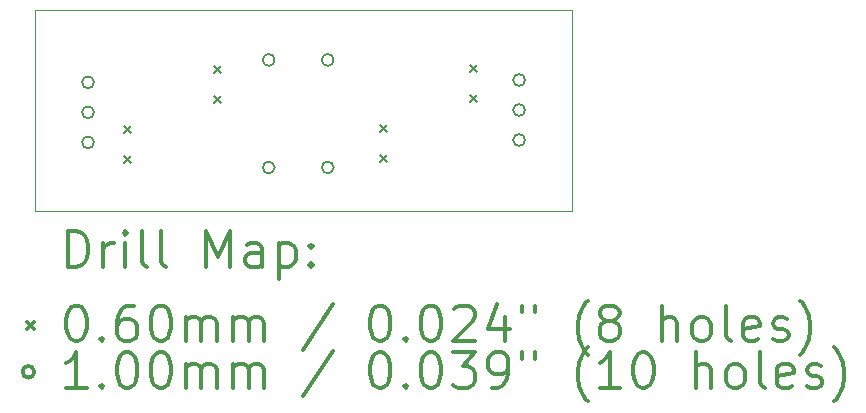
<source format=gbr>
%FSLAX45Y45*%
G04 Gerber Fmt 4.5, Leading zero omitted, Abs format (unit mm)*
G04 Created by KiCad (PCBNEW 5.1.5+dfsg1-2build2) date 2022-12-10 10:35:26*
%MOMM*%
%LPD*%
G04 APERTURE LIST*
%TA.AperFunction,Profile*%
%ADD10C,0.100000*%
%TD*%
%ADD11C,0.200000*%
%ADD12C,0.300000*%
G04 APERTURE END LIST*
D10*
X15000000Y-8900000D02*
X15000000Y-10600000D01*
X10450000Y-8900000D02*
X15000000Y-8900000D01*
X10450000Y-10600000D02*
X10450000Y-8900000D01*
X15000000Y-10600000D02*
X10450000Y-10600000D01*
D11*
X13374400Y-9867000D02*
X13434400Y-9927000D01*
X13434400Y-9867000D02*
X13374400Y-9927000D01*
X13374400Y-10121000D02*
X13434400Y-10181000D01*
X13434400Y-10121000D02*
X13374400Y-10181000D01*
X14136400Y-9359000D02*
X14196400Y-9419000D01*
X14196400Y-9359000D02*
X14136400Y-9419000D01*
X14136400Y-9613000D02*
X14196400Y-9673000D01*
X14196400Y-9613000D02*
X14136400Y-9673000D01*
X11208000Y-9877000D02*
X11268000Y-9937000D01*
X11268000Y-9877000D02*
X11208000Y-9937000D01*
X11208000Y-10131000D02*
X11268000Y-10191000D01*
X11268000Y-10131000D02*
X11208000Y-10191000D01*
X11970000Y-9369000D02*
X12030000Y-9429000D01*
X12030000Y-9369000D02*
X11970000Y-9429000D01*
X11970000Y-9623000D02*
X12030000Y-9683000D01*
X12030000Y-9623000D02*
X11970000Y-9683000D01*
X12480000Y-10230000D02*
G75*
G03X12480000Y-10230000I-50000J0D01*
G01*
X12980000Y-10230000D02*
G75*
G03X12980000Y-10230000I-50000J0D01*
G01*
X12480000Y-9320000D02*
G75*
G03X12480000Y-9320000I-50000J0D01*
G01*
X12980000Y-9320000D02*
G75*
G03X12980000Y-9320000I-50000J0D01*
G01*
X10950000Y-9510000D02*
G75*
G03X10950000Y-9510000I-50000J0D01*
G01*
X10950000Y-9764000D02*
G75*
G03X10950000Y-9764000I-50000J0D01*
G01*
X10950000Y-10018000D02*
G75*
G03X10950000Y-10018000I-50000J0D01*
G01*
X14600000Y-9490000D02*
G75*
G03X14600000Y-9490000I-50000J0D01*
G01*
X14600000Y-9744000D02*
G75*
G03X14600000Y-9744000I-50000J0D01*
G01*
X14600000Y-9998000D02*
G75*
G03X14600000Y-9998000I-50000J0D01*
G01*
D12*
X10731428Y-11070714D02*
X10731428Y-10770714D01*
X10802857Y-10770714D01*
X10845714Y-10785000D01*
X10874286Y-10813572D01*
X10888571Y-10842143D01*
X10902857Y-10899286D01*
X10902857Y-10942143D01*
X10888571Y-10999286D01*
X10874286Y-11027857D01*
X10845714Y-11056429D01*
X10802857Y-11070714D01*
X10731428Y-11070714D01*
X11031428Y-11070714D02*
X11031428Y-10870714D01*
X11031428Y-10927857D02*
X11045714Y-10899286D01*
X11060000Y-10885000D01*
X11088571Y-10870714D01*
X11117143Y-10870714D01*
X11217143Y-11070714D02*
X11217143Y-10870714D01*
X11217143Y-10770714D02*
X11202857Y-10785000D01*
X11217143Y-10799286D01*
X11231428Y-10785000D01*
X11217143Y-10770714D01*
X11217143Y-10799286D01*
X11402857Y-11070714D02*
X11374286Y-11056429D01*
X11360000Y-11027857D01*
X11360000Y-10770714D01*
X11560000Y-11070714D02*
X11531428Y-11056429D01*
X11517143Y-11027857D01*
X11517143Y-10770714D01*
X11902857Y-11070714D02*
X11902857Y-10770714D01*
X12002857Y-10985000D01*
X12102857Y-10770714D01*
X12102857Y-11070714D01*
X12374286Y-11070714D02*
X12374286Y-10913572D01*
X12360000Y-10885000D01*
X12331428Y-10870714D01*
X12274286Y-10870714D01*
X12245714Y-10885000D01*
X12374286Y-11056429D02*
X12345714Y-11070714D01*
X12274286Y-11070714D01*
X12245714Y-11056429D01*
X12231428Y-11027857D01*
X12231428Y-10999286D01*
X12245714Y-10970714D01*
X12274286Y-10956429D01*
X12345714Y-10956429D01*
X12374286Y-10942143D01*
X12517143Y-10870714D02*
X12517143Y-11170714D01*
X12517143Y-10885000D02*
X12545714Y-10870714D01*
X12602857Y-10870714D01*
X12631428Y-10885000D01*
X12645714Y-10899286D01*
X12660000Y-10927857D01*
X12660000Y-11013572D01*
X12645714Y-11042143D01*
X12631428Y-11056429D01*
X12602857Y-11070714D01*
X12545714Y-11070714D01*
X12517143Y-11056429D01*
X12788571Y-11042143D02*
X12802857Y-11056429D01*
X12788571Y-11070714D01*
X12774286Y-11056429D01*
X12788571Y-11042143D01*
X12788571Y-11070714D01*
X12788571Y-10885000D02*
X12802857Y-10899286D01*
X12788571Y-10913572D01*
X12774286Y-10899286D01*
X12788571Y-10885000D01*
X12788571Y-10913572D01*
X10385000Y-11535000D02*
X10445000Y-11595000D01*
X10445000Y-11535000D02*
X10385000Y-11595000D01*
X10788571Y-11400714D02*
X10817143Y-11400714D01*
X10845714Y-11415000D01*
X10860000Y-11429286D01*
X10874286Y-11457857D01*
X10888571Y-11515000D01*
X10888571Y-11586429D01*
X10874286Y-11643571D01*
X10860000Y-11672143D01*
X10845714Y-11686429D01*
X10817143Y-11700714D01*
X10788571Y-11700714D01*
X10760000Y-11686429D01*
X10745714Y-11672143D01*
X10731428Y-11643571D01*
X10717143Y-11586429D01*
X10717143Y-11515000D01*
X10731428Y-11457857D01*
X10745714Y-11429286D01*
X10760000Y-11415000D01*
X10788571Y-11400714D01*
X11017143Y-11672143D02*
X11031428Y-11686429D01*
X11017143Y-11700714D01*
X11002857Y-11686429D01*
X11017143Y-11672143D01*
X11017143Y-11700714D01*
X11288571Y-11400714D02*
X11231428Y-11400714D01*
X11202857Y-11415000D01*
X11188571Y-11429286D01*
X11160000Y-11472143D01*
X11145714Y-11529286D01*
X11145714Y-11643571D01*
X11160000Y-11672143D01*
X11174286Y-11686429D01*
X11202857Y-11700714D01*
X11260000Y-11700714D01*
X11288571Y-11686429D01*
X11302857Y-11672143D01*
X11317143Y-11643571D01*
X11317143Y-11572143D01*
X11302857Y-11543571D01*
X11288571Y-11529286D01*
X11260000Y-11515000D01*
X11202857Y-11515000D01*
X11174286Y-11529286D01*
X11160000Y-11543571D01*
X11145714Y-11572143D01*
X11502857Y-11400714D02*
X11531428Y-11400714D01*
X11560000Y-11415000D01*
X11574286Y-11429286D01*
X11588571Y-11457857D01*
X11602857Y-11515000D01*
X11602857Y-11586429D01*
X11588571Y-11643571D01*
X11574286Y-11672143D01*
X11560000Y-11686429D01*
X11531428Y-11700714D01*
X11502857Y-11700714D01*
X11474286Y-11686429D01*
X11460000Y-11672143D01*
X11445714Y-11643571D01*
X11431428Y-11586429D01*
X11431428Y-11515000D01*
X11445714Y-11457857D01*
X11460000Y-11429286D01*
X11474286Y-11415000D01*
X11502857Y-11400714D01*
X11731428Y-11700714D02*
X11731428Y-11500714D01*
X11731428Y-11529286D02*
X11745714Y-11515000D01*
X11774286Y-11500714D01*
X11817143Y-11500714D01*
X11845714Y-11515000D01*
X11860000Y-11543571D01*
X11860000Y-11700714D01*
X11860000Y-11543571D02*
X11874286Y-11515000D01*
X11902857Y-11500714D01*
X11945714Y-11500714D01*
X11974286Y-11515000D01*
X11988571Y-11543571D01*
X11988571Y-11700714D01*
X12131428Y-11700714D02*
X12131428Y-11500714D01*
X12131428Y-11529286D02*
X12145714Y-11515000D01*
X12174286Y-11500714D01*
X12217143Y-11500714D01*
X12245714Y-11515000D01*
X12260000Y-11543571D01*
X12260000Y-11700714D01*
X12260000Y-11543571D02*
X12274286Y-11515000D01*
X12302857Y-11500714D01*
X12345714Y-11500714D01*
X12374286Y-11515000D01*
X12388571Y-11543571D01*
X12388571Y-11700714D01*
X12974286Y-11386429D02*
X12717143Y-11772143D01*
X13360000Y-11400714D02*
X13388571Y-11400714D01*
X13417143Y-11415000D01*
X13431428Y-11429286D01*
X13445714Y-11457857D01*
X13460000Y-11515000D01*
X13460000Y-11586429D01*
X13445714Y-11643571D01*
X13431428Y-11672143D01*
X13417143Y-11686429D01*
X13388571Y-11700714D01*
X13360000Y-11700714D01*
X13331428Y-11686429D01*
X13317143Y-11672143D01*
X13302857Y-11643571D01*
X13288571Y-11586429D01*
X13288571Y-11515000D01*
X13302857Y-11457857D01*
X13317143Y-11429286D01*
X13331428Y-11415000D01*
X13360000Y-11400714D01*
X13588571Y-11672143D02*
X13602857Y-11686429D01*
X13588571Y-11700714D01*
X13574286Y-11686429D01*
X13588571Y-11672143D01*
X13588571Y-11700714D01*
X13788571Y-11400714D02*
X13817143Y-11400714D01*
X13845714Y-11415000D01*
X13860000Y-11429286D01*
X13874286Y-11457857D01*
X13888571Y-11515000D01*
X13888571Y-11586429D01*
X13874286Y-11643571D01*
X13860000Y-11672143D01*
X13845714Y-11686429D01*
X13817143Y-11700714D01*
X13788571Y-11700714D01*
X13760000Y-11686429D01*
X13745714Y-11672143D01*
X13731428Y-11643571D01*
X13717143Y-11586429D01*
X13717143Y-11515000D01*
X13731428Y-11457857D01*
X13745714Y-11429286D01*
X13760000Y-11415000D01*
X13788571Y-11400714D01*
X14002857Y-11429286D02*
X14017143Y-11415000D01*
X14045714Y-11400714D01*
X14117143Y-11400714D01*
X14145714Y-11415000D01*
X14160000Y-11429286D01*
X14174286Y-11457857D01*
X14174286Y-11486429D01*
X14160000Y-11529286D01*
X13988571Y-11700714D01*
X14174286Y-11700714D01*
X14431428Y-11500714D02*
X14431428Y-11700714D01*
X14360000Y-11386429D02*
X14288571Y-11600714D01*
X14474286Y-11600714D01*
X14574286Y-11400714D02*
X14574286Y-11457857D01*
X14688571Y-11400714D02*
X14688571Y-11457857D01*
X15131428Y-11815000D02*
X15117143Y-11800714D01*
X15088571Y-11757857D01*
X15074286Y-11729286D01*
X15060000Y-11686429D01*
X15045714Y-11615000D01*
X15045714Y-11557857D01*
X15060000Y-11486429D01*
X15074286Y-11443571D01*
X15088571Y-11415000D01*
X15117143Y-11372143D01*
X15131428Y-11357857D01*
X15288571Y-11529286D02*
X15260000Y-11515000D01*
X15245714Y-11500714D01*
X15231428Y-11472143D01*
X15231428Y-11457857D01*
X15245714Y-11429286D01*
X15260000Y-11415000D01*
X15288571Y-11400714D01*
X15345714Y-11400714D01*
X15374286Y-11415000D01*
X15388571Y-11429286D01*
X15402857Y-11457857D01*
X15402857Y-11472143D01*
X15388571Y-11500714D01*
X15374286Y-11515000D01*
X15345714Y-11529286D01*
X15288571Y-11529286D01*
X15260000Y-11543571D01*
X15245714Y-11557857D01*
X15231428Y-11586429D01*
X15231428Y-11643571D01*
X15245714Y-11672143D01*
X15260000Y-11686429D01*
X15288571Y-11700714D01*
X15345714Y-11700714D01*
X15374286Y-11686429D01*
X15388571Y-11672143D01*
X15402857Y-11643571D01*
X15402857Y-11586429D01*
X15388571Y-11557857D01*
X15374286Y-11543571D01*
X15345714Y-11529286D01*
X15760000Y-11700714D02*
X15760000Y-11400714D01*
X15888571Y-11700714D02*
X15888571Y-11543571D01*
X15874286Y-11515000D01*
X15845714Y-11500714D01*
X15802857Y-11500714D01*
X15774286Y-11515000D01*
X15760000Y-11529286D01*
X16074286Y-11700714D02*
X16045714Y-11686429D01*
X16031428Y-11672143D01*
X16017143Y-11643571D01*
X16017143Y-11557857D01*
X16031428Y-11529286D01*
X16045714Y-11515000D01*
X16074286Y-11500714D01*
X16117143Y-11500714D01*
X16145714Y-11515000D01*
X16160000Y-11529286D01*
X16174286Y-11557857D01*
X16174286Y-11643571D01*
X16160000Y-11672143D01*
X16145714Y-11686429D01*
X16117143Y-11700714D01*
X16074286Y-11700714D01*
X16345714Y-11700714D02*
X16317143Y-11686429D01*
X16302857Y-11657857D01*
X16302857Y-11400714D01*
X16574286Y-11686429D02*
X16545714Y-11700714D01*
X16488571Y-11700714D01*
X16460000Y-11686429D01*
X16445714Y-11657857D01*
X16445714Y-11543571D01*
X16460000Y-11515000D01*
X16488571Y-11500714D01*
X16545714Y-11500714D01*
X16574286Y-11515000D01*
X16588571Y-11543571D01*
X16588571Y-11572143D01*
X16445714Y-11600714D01*
X16702857Y-11686429D02*
X16731428Y-11700714D01*
X16788571Y-11700714D01*
X16817143Y-11686429D01*
X16831428Y-11657857D01*
X16831428Y-11643571D01*
X16817143Y-11615000D01*
X16788571Y-11600714D01*
X16745714Y-11600714D01*
X16717143Y-11586429D01*
X16702857Y-11557857D01*
X16702857Y-11543571D01*
X16717143Y-11515000D01*
X16745714Y-11500714D01*
X16788571Y-11500714D01*
X16817143Y-11515000D01*
X16931428Y-11815000D02*
X16945714Y-11800714D01*
X16974286Y-11757857D01*
X16988571Y-11729286D01*
X17002857Y-11686429D01*
X17017143Y-11615000D01*
X17017143Y-11557857D01*
X17002857Y-11486429D01*
X16988571Y-11443571D01*
X16974286Y-11415000D01*
X16945714Y-11372143D01*
X16931428Y-11357857D01*
X10445000Y-11961000D02*
G75*
G03X10445000Y-11961000I-50000J0D01*
G01*
X10888571Y-12096714D02*
X10717143Y-12096714D01*
X10802857Y-12096714D02*
X10802857Y-11796714D01*
X10774286Y-11839571D01*
X10745714Y-11868143D01*
X10717143Y-11882429D01*
X11017143Y-12068143D02*
X11031428Y-12082429D01*
X11017143Y-12096714D01*
X11002857Y-12082429D01*
X11017143Y-12068143D01*
X11017143Y-12096714D01*
X11217143Y-11796714D02*
X11245714Y-11796714D01*
X11274286Y-11811000D01*
X11288571Y-11825286D01*
X11302857Y-11853857D01*
X11317143Y-11911000D01*
X11317143Y-11982429D01*
X11302857Y-12039571D01*
X11288571Y-12068143D01*
X11274286Y-12082429D01*
X11245714Y-12096714D01*
X11217143Y-12096714D01*
X11188571Y-12082429D01*
X11174286Y-12068143D01*
X11160000Y-12039571D01*
X11145714Y-11982429D01*
X11145714Y-11911000D01*
X11160000Y-11853857D01*
X11174286Y-11825286D01*
X11188571Y-11811000D01*
X11217143Y-11796714D01*
X11502857Y-11796714D02*
X11531428Y-11796714D01*
X11560000Y-11811000D01*
X11574286Y-11825286D01*
X11588571Y-11853857D01*
X11602857Y-11911000D01*
X11602857Y-11982429D01*
X11588571Y-12039571D01*
X11574286Y-12068143D01*
X11560000Y-12082429D01*
X11531428Y-12096714D01*
X11502857Y-12096714D01*
X11474286Y-12082429D01*
X11460000Y-12068143D01*
X11445714Y-12039571D01*
X11431428Y-11982429D01*
X11431428Y-11911000D01*
X11445714Y-11853857D01*
X11460000Y-11825286D01*
X11474286Y-11811000D01*
X11502857Y-11796714D01*
X11731428Y-12096714D02*
X11731428Y-11896714D01*
X11731428Y-11925286D02*
X11745714Y-11911000D01*
X11774286Y-11896714D01*
X11817143Y-11896714D01*
X11845714Y-11911000D01*
X11860000Y-11939571D01*
X11860000Y-12096714D01*
X11860000Y-11939571D02*
X11874286Y-11911000D01*
X11902857Y-11896714D01*
X11945714Y-11896714D01*
X11974286Y-11911000D01*
X11988571Y-11939571D01*
X11988571Y-12096714D01*
X12131428Y-12096714D02*
X12131428Y-11896714D01*
X12131428Y-11925286D02*
X12145714Y-11911000D01*
X12174286Y-11896714D01*
X12217143Y-11896714D01*
X12245714Y-11911000D01*
X12260000Y-11939571D01*
X12260000Y-12096714D01*
X12260000Y-11939571D02*
X12274286Y-11911000D01*
X12302857Y-11896714D01*
X12345714Y-11896714D01*
X12374286Y-11911000D01*
X12388571Y-11939571D01*
X12388571Y-12096714D01*
X12974286Y-11782429D02*
X12717143Y-12168143D01*
X13360000Y-11796714D02*
X13388571Y-11796714D01*
X13417143Y-11811000D01*
X13431428Y-11825286D01*
X13445714Y-11853857D01*
X13460000Y-11911000D01*
X13460000Y-11982429D01*
X13445714Y-12039571D01*
X13431428Y-12068143D01*
X13417143Y-12082429D01*
X13388571Y-12096714D01*
X13360000Y-12096714D01*
X13331428Y-12082429D01*
X13317143Y-12068143D01*
X13302857Y-12039571D01*
X13288571Y-11982429D01*
X13288571Y-11911000D01*
X13302857Y-11853857D01*
X13317143Y-11825286D01*
X13331428Y-11811000D01*
X13360000Y-11796714D01*
X13588571Y-12068143D02*
X13602857Y-12082429D01*
X13588571Y-12096714D01*
X13574286Y-12082429D01*
X13588571Y-12068143D01*
X13588571Y-12096714D01*
X13788571Y-11796714D02*
X13817143Y-11796714D01*
X13845714Y-11811000D01*
X13860000Y-11825286D01*
X13874286Y-11853857D01*
X13888571Y-11911000D01*
X13888571Y-11982429D01*
X13874286Y-12039571D01*
X13860000Y-12068143D01*
X13845714Y-12082429D01*
X13817143Y-12096714D01*
X13788571Y-12096714D01*
X13760000Y-12082429D01*
X13745714Y-12068143D01*
X13731428Y-12039571D01*
X13717143Y-11982429D01*
X13717143Y-11911000D01*
X13731428Y-11853857D01*
X13745714Y-11825286D01*
X13760000Y-11811000D01*
X13788571Y-11796714D01*
X13988571Y-11796714D02*
X14174286Y-11796714D01*
X14074286Y-11911000D01*
X14117143Y-11911000D01*
X14145714Y-11925286D01*
X14160000Y-11939571D01*
X14174286Y-11968143D01*
X14174286Y-12039571D01*
X14160000Y-12068143D01*
X14145714Y-12082429D01*
X14117143Y-12096714D01*
X14031428Y-12096714D01*
X14002857Y-12082429D01*
X13988571Y-12068143D01*
X14317143Y-12096714D02*
X14374286Y-12096714D01*
X14402857Y-12082429D01*
X14417143Y-12068143D01*
X14445714Y-12025286D01*
X14460000Y-11968143D01*
X14460000Y-11853857D01*
X14445714Y-11825286D01*
X14431428Y-11811000D01*
X14402857Y-11796714D01*
X14345714Y-11796714D01*
X14317143Y-11811000D01*
X14302857Y-11825286D01*
X14288571Y-11853857D01*
X14288571Y-11925286D01*
X14302857Y-11953857D01*
X14317143Y-11968143D01*
X14345714Y-11982429D01*
X14402857Y-11982429D01*
X14431428Y-11968143D01*
X14445714Y-11953857D01*
X14460000Y-11925286D01*
X14574286Y-11796714D02*
X14574286Y-11853857D01*
X14688571Y-11796714D02*
X14688571Y-11853857D01*
X15131428Y-12211000D02*
X15117143Y-12196714D01*
X15088571Y-12153857D01*
X15074286Y-12125286D01*
X15060000Y-12082429D01*
X15045714Y-12011000D01*
X15045714Y-11953857D01*
X15060000Y-11882429D01*
X15074286Y-11839571D01*
X15088571Y-11811000D01*
X15117143Y-11768143D01*
X15131428Y-11753857D01*
X15402857Y-12096714D02*
X15231428Y-12096714D01*
X15317143Y-12096714D02*
X15317143Y-11796714D01*
X15288571Y-11839571D01*
X15260000Y-11868143D01*
X15231428Y-11882429D01*
X15588571Y-11796714D02*
X15617143Y-11796714D01*
X15645714Y-11811000D01*
X15660000Y-11825286D01*
X15674286Y-11853857D01*
X15688571Y-11911000D01*
X15688571Y-11982429D01*
X15674286Y-12039571D01*
X15660000Y-12068143D01*
X15645714Y-12082429D01*
X15617143Y-12096714D01*
X15588571Y-12096714D01*
X15560000Y-12082429D01*
X15545714Y-12068143D01*
X15531428Y-12039571D01*
X15517143Y-11982429D01*
X15517143Y-11911000D01*
X15531428Y-11853857D01*
X15545714Y-11825286D01*
X15560000Y-11811000D01*
X15588571Y-11796714D01*
X16045714Y-12096714D02*
X16045714Y-11796714D01*
X16174286Y-12096714D02*
X16174286Y-11939571D01*
X16160000Y-11911000D01*
X16131428Y-11896714D01*
X16088571Y-11896714D01*
X16060000Y-11911000D01*
X16045714Y-11925286D01*
X16360000Y-12096714D02*
X16331428Y-12082429D01*
X16317143Y-12068143D01*
X16302857Y-12039571D01*
X16302857Y-11953857D01*
X16317143Y-11925286D01*
X16331428Y-11911000D01*
X16360000Y-11896714D01*
X16402857Y-11896714D01*
X16431428Y-11911000D01*
X16445714Y-11925286D01*
X16460000Y-11953857D01*
X16460000Y-12039571D01*
X16445714Y-12068143D01*
X16431428Y-12082429D01*
X16402857Y-12096714D01*
X16360000Y-12096714D01*
X16631428Y-12096714D02*
X16602857Y-12082429D01*
X16588571Y-12053857D01*
X16588571Y-11796714D01*
X16860000Y-12082429D02*
X16831428Y-12096714D01*
X16774286Y-12096714D01*
X16745714Y-12082429D01*
X16731428Y-12053857D01*
X16731428Y-11939571D01*
X16745714Y-11911000D01*
X16774286Y-11896714D01*
X16831428Y-11896714D01*
X16860000Y-11911000D01*
X16874286Y-11939571D01*
X16874286Y-11968143D01*
X16731428Y-11996714D01*
X16988571Y-12082429D02*
X17017143Y-12096714D01*
X17074286Y-12096714D01*
X17102857Y-12082429D01*
X17117143Y-12053857D01*
X17117143Y-12039571D01*
X17102857Y-12011000D01*
X17074286Y-11996714D01*
X17031428Y-11996714D01*
X17002857Y-11982429D01*
X16988571Y-11953857D01*
X16988571Y-11939571D01*
X17002857Y-11911000D01*
X17031428Y-11896714D01*
X17074286Y-11896714D01*
X17102857Y-11911000D01*
X17217143Y-12211000D02*
X17231428Y-12196714D01*
X17260000Y-12153857D01*
X17274286Y-12125286D01*
X17288571Y-12082429D01*
X17302857Y-12011000D01*
X17302857Y-11953857D01*
X17288571Y-11882429D01*
X17274286Y-11839571D01*
X17260000Y-11811000D01*
X17231428Y-11768143D01*
X17217143Y-11753857D01*
M02*

</source>
